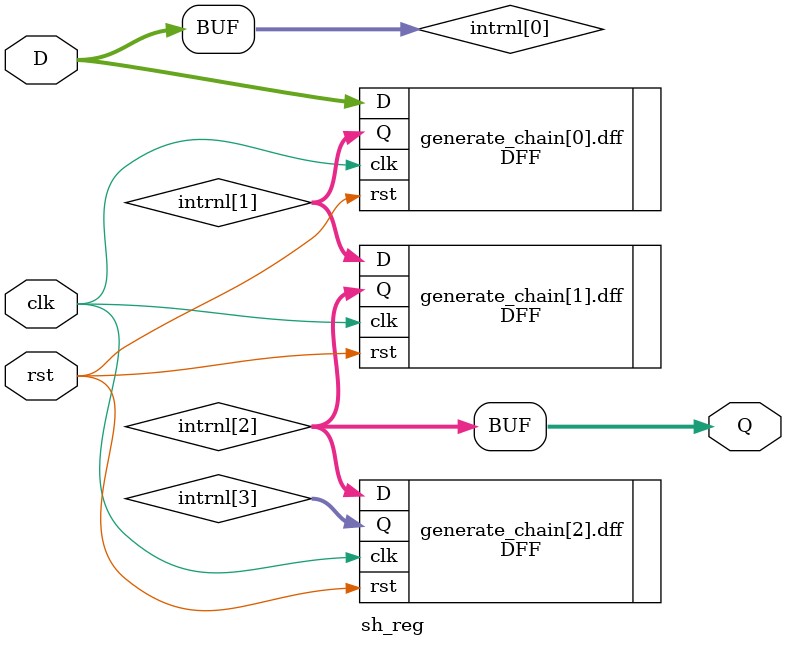
<source format=v>
module sh_reg #(parameter length =3, parameter width =5)(
    input wire [width-1:0] D,
    input wire clk,
    input wire rst,

    output wire [width-1:0] Q
);


wire [width-1:0] intrnl [0:length];
assign intrnl[0]=D;
assign Q=intrnl[length-1];

genvar i;
generate
    for(i=0;i<length;i=i+1) begin : generate_chain
        DFF #(.width(width)) dff(
            .D(intrnl[i]),
            .clk(clk),
            .rst(rst),
            .Q(intrnl[i+1])
        );
    end
endgenerate

endmodule

</source>
